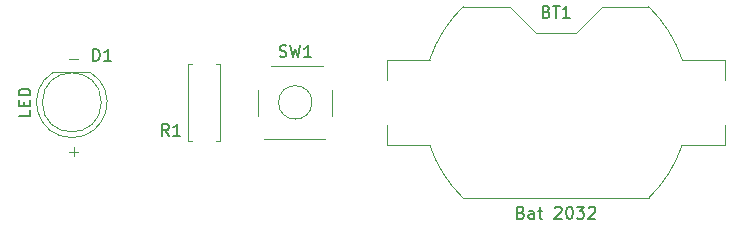
<source format=gto>
%TF.GenerationSoftware,KiCad,Pcbnew,9.0.0*%
%TF.CreationDate,2025-05-25T15:05:46+08:00*%
%TF.ProjectId,LED_Torch,4c45445f-546f-4726-9368-2e6b69636164,1*%
%TF.SameCoordinates,Original*%
%TF.FileFunction,Legend,Top*%
%TF.FilePolarity,Positive*%
%FSLAX46Y46*%
G04 Gerber Fmt 4.6, Leading zero omitted, Abs format (unit mm)*
G04 Created by KiCad (PCBNEW 9.0.0) date 2025-05-25 15:05:46*
%MOMM*%
%LPD*%
G01*
G04 APERTURE LIST*
%ADD10C,0.100000*%
%ADD11C,0.150000*%
%ADD12C,0.120000*%
G04 APERTURE END LIST*
D10*
X100125884Y-97789466D02*
X100887789Y-97789466D01*
X100125884Y-105663466D02*
X100887789Y-105663466D01*
X100506836Y-106044419D02*
X100506836Y-105282514D01*
D11*
X108545333Y-104340819D02*
X108212000Y-103864628D01*
X107973905Y-104340819D02*
X107973905Y-103340819D01*
X107973905Y-103340819D02*
X108354857Y-103340819D01*
X108354857Y-103340819D02*
X108450095Y-103388438D01*
X108450095Y-103388438D02*
X108497714Y-103436057D01*
X108497714Y-103436057D02*
X108545333Y-103531295D01*
X108545333Y-103531295D02*
X108545333Y-103674152D01*
X108545333Y-103674152D02*
X108497714Y-103769390D01*
X108497714Y-103769390D02*
X108450095Y-103817009D01*
X108450095Y-103817009D02*
X108354857Y-103864628D01*
X108354857Y-103864628D02*
X107973905Y-103864628D01*
X109497714Y-104340819D02*
X108926286Y-104340819D01*
X109212000Y-104340819D02*
X109212000Y-103340819D01*
X109212000Y-103340819D02*
X109116762Y-103483676D01*
X109116762Y-103483676D02*
X109021524Y-103578914D01*
X109021524Y-103578914D02*
X108926286Y-103626533D01*
X102131905Y-97990819D02*
X102131905Y-96990819D01*
X102131905Y-96990819D02*
X102370000Y-96990819D01*
X102370000Y-96990819D02*
X102512857Y-97038438D01*
X102512857Y-97038438D02*
X102608095Y-97133676D01*
X102608095Y-97133676D02*
X102655714Y-97228914D01*
X102655714Y-97228914D02*
X102703333Y-97419390D01*
X102703333Y-97419390D02*
X102703333Y-97562247D01*
X102703333Y-97562247D02*
X102655714Y-97752723D01*
X102655714Y-97752723D02*
X102608095Y-97847961D01*
X102608095Y-97847961D02*
X102512857Y-97943200D01*
X102512857Y-97943200D02*
X102370000Y-97990819D01*
X102370000Y-97990819D02*
X102131905Y-97990819D01*
X103655714Y-97990819D02*
X103084286Y-97990819D01*
X103370000Y-97990819D02*
X103370000Y-96990819D01*
X103370000Y-96990819D02*
X103274762Y-97133676D01*
X103274762Y-97133676D02*
X103179524Y-97228914D01*
X103179524Y-97228914D02*
X103084286Y-97276533D01*
X96824819Y-102137857D02*
X96824819Y-102614047D01*
X96824819Y-102614047D02*
X95824819Y-102614047D01*
X96301009Y-101804523D02*
X96301009Y-101471190D01*
X96824819Y-101328333D02*
X96824819Y-101804523D01*
X96824819Y-101804523D02*
X95824819Y-101804523D01*
X95824819Y-101804523D02*
X95824819Y-101328333D01*
X96824819Y-100899761D02*
X95824819Y-100899761D01*
X95824819Y-100899761D02*
X95824819Y-100661666D01*
X95824819Y-100661666D02*
X95872438Y-100518809D01*
X95872438Y-100518809D02*
X95967676Y-100423571D01*
X95967676Y-100423571D02*
X96062914Y-100375952D01*
X96062914Y-100375952D02*
X96253390Y-100328333D01*
X96253390Y-100328333D02*
X96396247Y-100328333D01*
X96396247Y-100328333D02*
X96586723Y-100375952D01*
X96586723Y-100375952D02*
X96681961Y-100423571D01*
X96681961Y-100423571D02*
X96777200Y-100518809D01*
X96777200Y-100518809D02*
X96824819Y-100661666D01*
X96824819Y-100661666D02*
X96824819Y-100899761D01*
X117916667Y-97607200D02*
X118059524Y-97654819D01*
X118059524Y-97654819D02*
X118297619Y-97654819D01*
X118297619Y-97654819D02*
X118392857Y-97607200D01*
X118392857Y-97607200D02*
X118440476Y-97559580D01*
X118440476Y-97559580D02*
X118488095Y-97464342D01*
X118488095Y-97464342D02*
X118488095Y-97369104D01*
X118488095Y-97369104D02*
X118440476Y-97273866D01*
X118440476Y-97273866D02*
X118392857Y-97226247D01*
X118392857Y-97226247D02*
X118297619Y-97178628D01*
X118297619Y-97178628D02*
X118107143Y-97131009D01*
X118107143Y-97131009D02*
X118011905Y-97083390D01*
X118011905Y-97083390D02*
X117964286Y-97035771D01*
X117964286Y-97035771D02*
X117916667Y-96940533D01*
X117916667Y-96940533D02*
X117916667Y-96845295D01*
X117916667Y-96845295D02*
X117964286Y-96750057D01*
X117964286Y-96750057D02*
X118011905Y-96702438D01*
X118011905Y-96702438D02*
X118107143Y-96654819D01*
X118107143Y-96654819D02*
X118345238Y-96654819D01*
X118345238Y-96654819D02*
X118488095Y-96702438D01*
X118821429Y-96654819D02*
X119059524Y-97654819D01*
X119059524Y-97654819D02*
X119250000Y-96940533D01*
X119250000Y-96940533D02*
X119440476Y-97654819D01*
X119440476Y-97654819D02*
X119678572Y-96654819D01*
X120583333Y-97654819D02*
X120011905Y-97654819D01*
X120297619Y-97654819D02*
X120297619Y-96654819D01*
X120297619Y-96654819D02*
X120202381Y-96797676D01*
X120202381Y-96797676D02*
X120107143Y-96892914D01*
X120107143Y-96892914D02*
X120011905Y-96940533D01*
X140534285Y-93811009D02*
X140677142Y-93858628D01*
X140677142Y-93858628D02*
X140724761Y-93906247D01*
X140724761Y-93906247D02*
X140772380Y-94001485D01*
X140772380Y-94001485D02*
X140772380Y-94144342D01*
X140772380Y-94144342D02*
X140724761Y-94239580D01*
X140724761Y-94239580D02*
X140677142Y-94287200D01*
X140677142Y-94287200D02*
X140581904Y-94334819D01*
X140581904Y-94334819D02*
X140200952Y-94334819D01*
X140200952Y-94334819D02*
X140200952Y-93334819D01*
X140200952Y-93334819D02*
X140534285Y-93334819D01*
X140534285Y-93334819D02*
X140629523Y-93382438D01*
X140629523Y-93382438D02*
X140677142Y-93430057D01*
X140677142Y-93430057D02*
X140724761Y-93525295D01*
X140724761Y-93525295D02*
X140724761Y-93620533D01*
X140724761Y-93620533D02*
X140677142Y-93715771D01*
X140677142Y-93715771D02*
X140629523Y-93763390D01*
X140629523Y-93763390D02*
X140534285Y-93811009D01*
X140534285Y-93811009D02*
X140200952Y-93811009D01*
X141058095Y-93334819D02*
X141629523Y-93334819D01*
X141343809Y-94334819D02*
X141343809Y-93334819D01*
X142486666Y-94334819D02*
X141915238Y-94334819D01*
X142200952Y-94334819D02*
X142200952Y-93334819D01*
X142200952Y-93334819D02*
X142105714Y-93477676D01*
X142105714Y-93477676D02*
X142010476Y-93572914D01*
X142010476Y-93572914D02*
X141915238Y-93620533D01*
X138367618Y-110829009D02*
X138510475Y-110876628D01*
X138510475Y-110876628D02*
X138558094Y-110924247D01*
X138558094Y-110924247D02*
X138605713Y-111019485D01*
X138605713Y-111019485D02*
X138605713Y-111162342D01*
X138605713Y-111162342D02*
X138558094Y-111257580D01*
X138558094Y-111257580D02*
X138510475Y-111305200D01*
X138510475Y-111305200D02*
X138415237Y-111352819D01*
X138415237Y-111352819D02*
X138034285Y-111352819D01*
X138034285Y-111352819D02*
X138034285Y-110352819D01*
X138034285Y-110352819D02*
X138367618Y-110352819D01*
X138367618Y-110352819D02*
X138462856Y-110400438D01*
X138462856Y-110400438D02*
X138510475Y-110448057D01*
X138510475Y-110448057D02*
X138558094Y-110543295D01*
X138558094Y-110543295D02*
X138558094Y-110638533D01*
X138558094Y-110638533D02*
X138510475Y-110733771D01*
X138510475Y-110733771D02*
X138462856Y-110781390D01*
X138462856Y-110781390D02*
X138367618Y-110829009D01*
X138367618Y-110829009D02*
X138034285Y-110829009D01*
X139462856Y-111352819D02*
X139462856Y-110829009D01*
X139462856Y-110829009D02*
X139415237Y-110733771D01*
X139415237Y-110733771D02*
X139319999Y-110686152D01*
X139319999Y-110686152D02*
X139129523Y-110686152D01*
X139129523Y-110686152D02*
X139034285Y-110733771D01*
X139462856Y-111305200D02*
X139367618Y-111352819D01*
X139367618Y-111352819D02*
X139129523Y-111352819D01*
X139129523Y-111352819D02*
X139034285Y-111305200D01*
X139034285Y-111305200D02*
X138986666Y-111209961D01*
X138986666Y-111209961D02*
X138986666Y-111114723D01*
X138986666Y-111114723D02*
X139034285Y-111019485D01*
X139034285Y-111019485D02*
X139129523Y-110971866D01*
X139129523Y-110971866D02*
X139367618Y-110971866D01*
X139367618Y-110971866D02*
X139462856Y-110924247D01*
X139796190Y-110686152D02*
X140177142Y-110686152D01*
X139939047Y-110352819D02*
X139939047Y-111209961D01*
X139939047Y-111209961D02*
X139986666Y-111305200D01*
X139986666Y-111305200D02*
X140081904Y-111352819D01*
X140081904Y-111352819D02*
X140177142Y-111352819D01*
X141224762Y-110448057D02*
X141272381Y-110400438D01*
X141272381Y-110400438D02*
X141367619Y-110352819D01*
X141367619Y-110352819D02*
X141605714Y-110352819D01*
X141605714Y-110352819D02*
X141700952Y-110400438D01*
X141700952Y-110400438D02*
X141748571Y-110448057D01*
X141748571Y-110448057D02*
X141796190Y-110543295D01*
X141796190Y-110543295D02*
X141796190Y-110638533D01*
X141796190Y-110638533D02*
X141748571Y-110781390D01*
X141748571Y-110781390D02*
X141177143Y-111352819D01*
X141177143Y-111352819D02*
X141796190Y-111352819D01*
X142415238Y-110352819D02*
X142510476Y-110352819D01*
X142510476Y-110352819D02*
X142605714Y-110400438D01*
X142605714Y-110400438D02*
X142653333Y-110448057D01*
X142653333Y-110448057D02*
X142700952Y-110543295D01*
X142700952Y-110543295D02*
X142748571Y-110733771D01*
X142748571Y-110733771D02*
X142748571Y-110971866D01*
X142748571Y-110971866D02*
X142700952Y-111162342D01*
X142700952Y-111162342D02*
X142653333Y-111257580D01*
X142653333Y-111257580D02*
X142605714Y-111305200D01*
X142605714Y-111305200D02*
X142510476Y-111352819D01*
X142510476Y-111352819D02*
X142415238Y-111352819D01*
X142415238Y-111352819D02*
X142320000Y-111305200D01*
X142320000Y-111305200D02*
X142272381Y-111257580D01*
X142272381Y-111257580D02*
X142224762Y-111162342D01*
X142224762Y-111162342D02*
X142177143Y-110971866D01*
X142177143Y-110971866D02*
X142177143Y-110733771D01*
X142177143Y-110733771D02*
X142224762Y-110543295D01*
X142224762Y-110543295D02*
X142272381Y-110448057D01*
X142272381Y-110448057D02*
X142320000Y-110400438D01*
X142320000Y-110400438D02*
X142415238Y-110352819D01*
X143081905Y-110352819D02*
X143700952Y-110352819D01*
X143700952Y-110352819D02*
X143367619Y-110733771D01*
X143367619Y-110733771D02*
X143510476Y-110733771D01*
X143510476Y-110733771D02*
X143605714Y-110781390D01*
X143605714Y-110781390D02*
X143653333Y-110829009D01*
X143653333Y-110829009D02*
X143700952Y-110924247D01*
X143700952Y-110924247D02*
X143700952Y-111162342D01*
X143700952Y-111162342D02*
X143653333Y-111257580D01*
X143653333Y-111257580D02*
X143605714Y-111305200D01*
X143605714Y-111305200D02*
X143510476Y-111352819D01*
X143510476Y-111352819D02*
X143224762Y-111352819D01*
X143224762Y-111352819D02*
X143129524Y-111305200D01*
X143129524Y-111305200D02*
X143081905Y-111257580D01*
X144081905Y-110448057D02*
X144129524Y-110400438D01*
X144129524Y-110400438D02*
X144224762Y-110352819D01*
X144224762Y-110352819D02*
X144462857Y-110352819D01*
X144462857Y-110352819D02*
X144558095Y-110400438D01*
X144558095Y-110400438D02*
X144605714Y-110448057D01*
X144605714Y-110448057D02*
X144653333Y-110543295D01*
X144653333Y-110543295D02*
X144653333Y-110638533D01*
X144653333Y-110638533D02*
X144605714Y-110781390D01*
X144605714Y-110781390D02*
X144034286Y-111352819D01*
X144034286Y-111352819D02*
X144653333Y-111352819D01*
D12*
%TO.C,R1*%
X112876000Y-104770000D02*
X112546000Y-104770000D01*
X112876000Y-98230000D02*
X112876000Y-104770000D01*
X112546000Y-98230000D02*
X112876000Y-98230000D01*
X110466000Y-98230000D02*
X110136000Y-98230000D01*
X110136000Y-104770000D02*
X110466000Y-104770000D01*
X110136000Y-98230000D02*
X110136000Y-104770000D01*
%TO.C,D1*%
X101875000Y-98935000D02*
X98785000Y-98935000D01*
X100329952Y-104485000D02*
G75*
G02*
X98785170Y-98935000I48J2990000D01*
G01*
X101874830Y-98935000D02*
G75*
G02*
X100330048Y-104485000I-1544830J-2560000D01*
G01*
X102830000Y-101495000D02*
G75*
G02*
X97830000Y-101495000I-2500000J0D01*
G01*
X97830000Y-101495000D02*
G75*
G02*
X102830000Y-101495000I2500000J0D01*
G01*
%TO.C,SW1*%
X116130000Y-102650000D02*
X116130000Y-100450000D01*
X116600000Y-104620000D02*
X121800000Y-104620000D01*
X117200000Y-98380000D02*
X121600000Y-98380000D01*
X122370000Y-100450000D02*
X122370000Y-102650000D01*
X120664214Y-101500000D02*
G75*
G02*
X117835786Y-101500000I-1414214J0D01*
G01*
X117835786Y-101500000D02*
G75*
G02*
X120664214Y-101500000I1414214J0D01*
G01*
%TO.C,BT1*%
X127010000Y-97890000D02*
X130628000Y-97890000D01*
X127010000Y-99600000D02*
X127010000Y-97890000D01*
X127010000Y-103400000D02*
X127010000Y-105110000D01*
X130628000Y-105110000D02*
X127010000Y-105110000D01*
X133472700Y-93390000D02*
X137460000Y-93390000D01*
X139660000Y-95590000D02*
X137460000Y-93390000D01*
X139660000Y-95590000D02*
X142980000Y-95590000D01*
X142980000Y-95590000D02*
X145180000Y-93390000D01*
X145180000Y-93390000D02*
X149167300Y-93390000D01*
X149167300Y-109610000D02*
X133472700Y-109610000D01*
X152012000Y-97890000D02*
X155630000Y-97890000D01*
X155630000Y-99600000D02*
X155630000Y-97890000D01*
X155630000Y-103400000D02*
X155630000Y-105110000D01*
X155630000Y-105110000D02*
X152012000Y-105110000D01*
X130628000Y-97890000D02*
G75*
G02*
X133474629Y-93388211I10692020J-3610012D01*
G01*
X133474629Y-109611789D02*
G75*
G02*
X130628000Y-105110000I7845371J8111789D01*
G01*
X149165371Y-93388211D02*
G75*
G02*
X152012000Y-97890000I-7845366J-8111785D01*
G01*
X152012000Y-105110000D02*
G75*
G02*
X149165372Y-109611790I-10692020J3610010D01*
G01*
%TD*%
M02*

</source>
